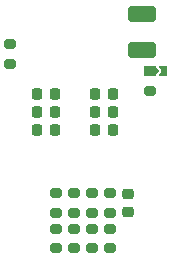
<source format=gbp>
G04 #@! TF.GenerationSoftware,KiCad,Pcbnew,7.0.8*
G04 #@! TF.CreationDate,2023-10-08T00:05:14-04:00*
G04 #@! TF.ProjectId,sfp-snoop,7366702d-736e-46f6-9f70-2e6b69636164,rev?*
G04 #@! TF.SameCoordinates,Original*
G04 #@! TF.FileFunction,Paste,Bot*
G04 #@! TF.FilePolarity,Positive*
%FSLAX46Y46*%
G04 Gerber Fmt 4.6, Leading zero omitted, Abs format (unit mm)*
G04 Created by KiCad (PCBNEW 7.0.8) date 2023-10-08 00:05:14*
%MOMM*%
%LPD*%
G01*
G04 APERTURE LIST*
G04 Aperture macros list*
%AMRoundRect*
0 Rectangle with rounded corners*
0 $1 Rounding radius*
0 $2 $3 $4 $5 $6 $7 $8 $9 X,Y pos of 4 corners*
0 Add a 4 corners polygon primitive as box body*
4,1,4,$2,$3,$4,$5,$6,$7,$8,$9,$2,$3,0*
0 Add four circle primitives for the rounded corners*
1,1,$1+$1,$2,$3*
1,1,$1+$1,$4,$5*
1,1,$1+$1,$6,$7*
1,1,$1+$1,$8,$9*
0 Add four rect primitives between the rounded corners*
20,1,$1+$1,$2,$3,$4,$5,0*
20,1,$1+$1,$4,$5,$6,$7,0*
20,1,$1+$1,$6,$7,$8,$9,0*
20,1,$1+$1,$8,$9,$2,$3,0*%
%AMFreePoly0*
4,1,6,0.400000,-0.475000,0.000000,-0.750000,-0.400000,-0.475000,-0.400000,0.475000,0.400000,0.475000,0.400000,-0.475000,0.400000,-0.475000,$1*%
%AMFreePoly1*
4,1,6,0.400000,-0.475000,0.000000,-0.200000,-0.400000,-0.475000,-0.400000,0.275000,0.400000,0.275000,0.400000,-0.475000,0.400000,-0.475000,$1*%
G04 Aperture macros list end*
%ADD10RoundRect,0.225000X0.225000X0.250000X-0.225000X0.250000X-0.225000X-0.250000X0.225000X-0.250000X0*%
%ADD11RoundRect,0.200000X0.275000X-0.200000X0.275000X0.200000X-0.275000X0.200000X-0.275000X-0.200000X0*%
%ADD12RoundRect,0.200000X-0.275000X0.200000X-0.275000X-0.200000X0.275000X-0.200000X0.275000X0.200000X0*%
%ADD13RoundRect,0.225000X0.250000X-0.225000X0.250000X0.225000X-0.250000X0.225000X-0.250000X-0.225000X0*%
%ADD14RoundRect,0.225000X-0.225000X-0.250000X0.225000X-0.250000X0.225000X0.250000X-0.225000X0.250000X0*%
%ADD15RoundRect,0.250000X-0.925000X0.412500X-0.925000X-0.412500X0.925000X-0.412500X0.925000X0.412500X0*%
%ADD16FreePoly0,90.000000*%
%ADD17FreePoly1,270.000000*%
G04 APERTURE END LIST*
D10*
X136650000Y-73050400D03*
X135100000Y-73050400D03*
D11*
X138201400Y-86118200D03*
X138201400Y-84468200D03*
D10*
X136650000Y-76149200D03*
X135100000Y-76149200D03*
X136650000Y-74599800D03*
X135100000Y-74599800D03*
D11*
X132791200Y-70510400D03*
X132791200Y-68860400D03*
D12*
X138201400Y-81457800D03*
X138201400Y-83107800D03*
D13*
X142773400Y-83057800D03*
X142773400Y-81507800D03*
D11*
X136677400Y-86118200D03*
X136677400Y-84468200D03*
D14*
X140017200Y-73050400D03*
X141567200Y-73050400D03*
D15*
X143967200Y-66294000D03*
X143967200Y-69369000D03*
D14*
X140017200Y-74599800D03*
X141567200Y-74599800D03*
D12*
X141249400Y-81457800D03*
X141249400Y-83107800D03*
D11*
X139725400Y-86118200D03*
X139725400Y-84468200D03*
D14*
X140017200Y-76149200D03*
X141567200Y-76149200D03*
D11*
X141249400Y-86118200D03*
X141249400Y-84468200D03*
D12*
X139725400Y-81457800D03*
X139725400Y-83107800D03*
X136677400Y-81457800D03*
X136677400Y-83107800D03*
D11*
X144627600Y-72783200D03*
D16*
X144627600Y-71133200D03*
D17*
X145877600Y-71133200D03*
M02*

</source>
